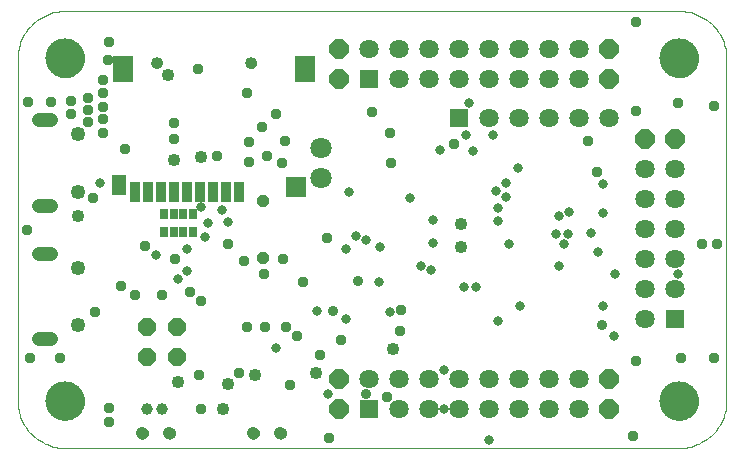
<source format=gbs>
G75*
%MOIN*%
%OFA0B0*%
%FSLAX24Y24*%
%IPPOS*%
%LPD*%
%AMOC8*
5,1,8,0,0,1.08239X$1,22.5*
%
%ADD10OC8,0.0650*%
%ADD11OC8,0.0390*%
%ADD12R,0.0641X0.0641*%
%ADD13C,0.0641*%
%ADD14C,0.0000*%
%ADD15C,0.1310*%
%ADD16C,0.0710*%
%ADD17OC8,0.0590*%
%ADD18C,0.0424*%
%ADD19R,0.0350X0.0650*%
%ADD20R,0.0450X0.0650*%
%ADD21R,0.0650X0.0850*%
%ADD22R,0.0650X0.0650*%
%ADD23C,0.0400*%
%ADD24R,0.0250X0.0350*%
%ADD25C,0.0450*%
%ADD26C,0.0493*%
%ADD27C,0.0350*%
%ADD28C,0.0387*%
%ADD29C,0.0426*%
%ADD30C,0.0320*%
%ADD31C,0.0370*%
%ADD32C,0.0347*%
%ADD33C,0.0330*%
D10*
X015087Y004716D03*
X015087Y005716D03*
X024087Y005716D03*
X024088Y004718D03*
X025287Y013716D03*
X026287Y013716D03*
X024087Y015716D03*
X024087Y016716D03*
X015087Y016716D03*
X015087Y015716D03*
D11*
X012556Y011660D03*
X012556Y009738D03*
D12*
X019087Y014416D03*
X016087Y015716D03*
X026287Y007716D03*
X016087Y004716D03*
D13*
X017087Y004716D03*
X018087Y004716D03*
X019087Y004716D03*
X020087Y004716D03*
X021087Y004716D03*
X022087Y004716D03*
X023087Y004716D03*
X023087Y005716D03*
X022087Y005716D03*
X021087Y005716D03*
X020087Y005716D03*
X019087Y005716D03*
X018087Y005716D03*
X017087Y005716D03*
X016087Y005716D03*
X025287Y007716D03*
X025287Y008716D03*
X026287Y008716D03*
X026287Y009716D03*
X025287Y009716D03*
X025287Y010716D03*
X026287Y010716D03*
X026287Y011716D03*
X025287Y011716D03*
X025287Y012716D03*
X026287Y012716D03*
X024087Y014416D03*
X023087Y014416D03*
X022087Y014416D03*
X021087Y014416D03*
X020087Y014416D03*
X020087Y015716D03*
X021087Y015716D03*
X022087Y015716D03*
X023087Y015716D03*
X023087Y016716D03*
X022087Y016716D03*
X021087Y016716D03*
X020087Y016716D03*
X019087Y016716D03*
X018087Y016716D03*
X017087Y016716D03*
X016087Y016716D03*
X017087Y015716D03*
X018087Y015716D03*
X019087Y015716D03*
D14*
X026434Y003416D02*
X005961Y003416D01*
X005331Y004990D02*
X005333Y005040D01*
X005339Y005090D01*
X005349Y005139D01*
X005363Y005187D01*
X005380Y005234D01*
X005401Y005279D01*
X005426Y005323D01*
X005454Y005364D01*
X005486Y005403D01*
X005520Y005440D01*
X005557Y005474D01*
X005597Y005504D01*
X005639Y005531D01*
X005683Y005555D01*
X005729Y005576D01*
X005776Y005592D01*
X005824Y005605D01*
X005874Y005614D01*
X005923Y005619D01*
X005974Y005620D01*
X006024Y005617D01*
X006073Y005610D01*
X006122Y005599D01*
X006170Y005584D01*
X006216Y005566D01*
X006261Y005544D01*
X006304Y005518D01*
X006345Y005489D01*
X006384Y005457D01*
X006420Y005422D01*
X006452Y005384D01*
X006482Y005344D01*
X006509Y005301D01*
X006532Y005257D01*
X006551Y005211D01*
X006567Y005163D01*
X006579Y005114D01*
X006587Y005065D01*
X006591Y005015D01*
X006591Y004965D01*
X006587Y004915D01*
X006579Y004866D01*
X006567Y004817D01*
X006551Y004769D01*
X006532Y004723D01*
X006509Y004679D01*
X006482Y004636D01*
X006452Y004596D01*
X006420Y004558D01*
X006384Y004523D01*
X006345Y004491D01*
X006304Y004462D01*
X006261Y004436D01*
X006216Y004414D01*
X006170Y004396D01*
X006122Y004381D01*
X006073Y004370D01*
X006024Y004363D01*
X005974Y004360D01*
X005923Y004361D01*
X005874Y004366D01*
X005824Y004375D01*
X005776Y004388D01*
X005729Y004404D01*
X005683Y004425D01*
X005639Y004449D01*
X005597Y004476D01*
X005557Y004506D01*
X005520Y004540D01*
X005486Y004577D01*
X005454Y004616D01*
X005426Y004657D01*
X005401Y004701D01*
X005380Y004746D01*
X005363Y004793D01*
X005349Y004841D01*
X005339Y004890D01*
X005333Y004940D01*
X005331Y004990D01*
X004386Y004990D02*
X004388Y004913D01*
X004394Y004836D01*
X004403Y004759D01*
X004416Y004683D01*
X004433Y004607D01*
X004454Y004533D01*
X004478Y004459D01*
X004506Y004387D01*
X004537Y004317D01*
X004572Y004248D01*
X004610Y004180D01*
X004651Y004115D01*
X004696Y004052D01*
X004744Y003991D01*
X004794Y003932D01*
X004847Y003876D01*
X004903Y003823D01*
X004962Y003773D01*
X005023Y003725D01*
X005086Y003680D01*
X005151Y003639D01*
X005219Y003601D01*
X005288Y003566D01*
X005358Y003535D01*
X005430Y003507D01*
X005504Y003483D01*
X005578Y003462D01*
X005654Y003445D01*
X005730Y003432D01*
X005807Y003423D01*
X005884Y003417D01*
X005961Y003415D01*
X005884Y003417D01*
X005807Y003423D01*
X005730Y003432D01*
X005654Y003445D01*
X005578Y003462D01*
X005504Y003483D01*
X005430Y003507D01*
X005358Y003535D01*
X005288Y003566D01*
X005219Y003601D01*
X005151Y003639D01*
X005086Y003680D01*
X005023Y003725D01*
X004962Y003773D01*
X004903Y003823D01*
X004847Y003876D01*
X004794Y003932D01*
X004744Y003991D01*
X004696Y004052D01*
X004651Y004115D01*
X004610Y004180D01*
X004572Y004248D01*
X004537Y004317D01*
X004506Y004387D01*
X004478Y004459D01*
X004454Y004533D01*
X004433Y004607D01*
X004416Y004683D01*
X004403Y004759D01*
X004394Y004836D01*
X004388Y004913D01*
X004386Y004990D01*
X004387Y004990D02*
X004387Y016408D01*
X005331Y016408D02*
X005333Y016458D01*
X005339Y016508D01*
X005349Y016557D01*
X005363Y016605D01*
X005380Y016652D01*
X005401Y016697D01*
X005426Y016741D01*
X005454Y016782D01*
X005486Y016821D01*
X005520Y016858D01*
X005557Y016892D01*
X005597Y016922D01*
X005639Y016949D01*
X005683Y016973D01*
X005729Y016994D01*
X005776Y017010D01*
X005824Y017023D01*
X005874Y017032D01*
X005923Y017037D01*
X005974Y017038D01*
X006024Y017035D01*
X006073Y017028D01*
X006122Y017017D01*
X006170Y017002D01*
X006216Y016984D01*
X006261Y016962D01*
X006304Y016936D01*
X006345Y016907D01*
X006384Y016875D01*
X006420Y016840D01*
X006452Y016802D01*
X006482Y016762D01*
X006509Y016719D01*
X006532Y016675D01*
X006551Y016629D01*
X006567Y016581D01*
X006579Y016532D01*
X006587Y016483D01*
X006591Y016433D01*
X006591Y016383D01*
X006587Y016333D01*
X006579Y016284D01*
X006567Y016235D01*
X006551Y016187D01*
X006532Y016141D01*
X006509Y016097D01*
X006482Y016054D01*
X006452Y016014D01*
X006420Y015976D01*
X006384Y015941D01*
X006345Y015909D01*
X006304Y015880D01*
X006261Y015854D01*
X006216Y015832D01*
X006170Y015814D01*
X006122Y015799D01*
X006073Y015788D01*
X006024Y015781D01*
X005974Y015778D01*
X005923Y015779D01*
X005874Y015784D01*
X005824Y015793D01*
X005776Y015806D01*
X005729Y015822D01*
X005683Y015843D01*
X005639Y015867D01*
X005597Y015894D01*
X005557Y015924D01*
X005520Y015958D01*
X005486Y015995D01*
X005454Y016034D01*
X005426Y016075D01*
X005401Y016119D01*
X005380Y016164D01*
X005363Y016211D01*
X005349Y016259D01*
X005339Y016308D01*
X005333Y016358D01*
X005331Y016408D01*
X004386Y016408D02*
X004388Y016485D01*
X004394Y016562D01*
X004403Y016639D01*
X004416Y016715D01*
X004433Y016791D01*
X004454Y016865D01*
X004478Y016939D01*
X004506Y017011D01*
X004537Y017081D01*
X004572Y017150D01*
X004610Y017218D01*
X004651Y017283D01*
X004696Y017346D01*
X004744Y017407D01*
X004794Y017466D01*
X004847Y017522D01*
X004903Y017575D01*
X004962Y017625D01*
X005023Y017673D01*
X005086Y017718D01*
X005151Y017759D01*
X005219Y017797D01*
X005288Y017832D01*
X005358Y017863D01*
X005430Y017891D01*
X005504Y017915D01*
X005578Y017936D01*
X005654Y017953D01*
X005730Y017966D01*
X005807Y017975D01*
X005884Y017981D01*
X005961Y017983D01*
X026434Y017983D01*
X025804Y016408D02*
X025806Y016458D01*
X025812Y016508D01*
X025822Y016557D01*
X025836Y016605D01*
X025853Y016652D01*
X025874Y016697D01*
X025899Y016741D01*
X025927Y016782D01*
X025959Y016821D01*
X025993Y016858D01*
X026030Y016892D01*
X026070Y016922D01*
X026112Y016949D01*
X026156Y016973D01*
X026202Y016994D01*
X026249Y017010D01*
X026297Y017023D01*
X026347Y017032D01*
X026396Y017037D01*
X026447Y017038D01*
X026497Y017035D01*
X026546Y017028D01*
X026595Y017017D01*
X026643Y017002D01*
X026689Y016984D01*
X026734Y016962D01*
X026777Y016936D01*
X026818Y016907D01*
X026857Y016875D01*
X026893Y016840D01*
X026925Y016802D01*
X026955Y016762D01*
X026982Y016719D01*
X027005Y016675D01*
X027024Y016629D01*
X027040Y016581D01*
X027052Y016532D01*
X027060Y016483D01*
X027064Y016433D01*
X027064Y016383D01*
X027060Y016333D01*
X027052Y016284D01*
X027040Y016235D01*
X027024Y016187D01*
X027005Y016141D01*
X026982Y016097D01*
X026955Y016054D01*
X026925Y016014D01*
X026893Y015976D01*
X026857Y015941D01*
X026818Y015909D01*
X026777Y015880D01*
X026734Y015854D01*
X026689Y015832D01*
X026643Y015814D01*
X026595Y015799D01*
X026546Y015788D01*
X026497Y015781D01*
X026447Y015778D01*
X026396Y015779D01*
X026347Y015784D01*
X026297Y015793D01*
X026249Y015806D01*
X026202Y015822D01*
X026156Y015843D01*
X026112Y015867D01*
X026070Y015894D01*
X026030Y015924D01*
X025993Y015958D01*
X025959Y015995D01*
X025927Y016034D01*
X025899Y016075D01*
X025874Y016119D01*
X025853Y016164D01*
X025836Y016211D01*
X025822Y016259D01*
X025812Y016308D01*
X025806Y016358D01*
X025804Y016408D01*
X026434Y017983D02*
X026511Y017981D01*
X026588Y017975D01*
X026665Y017966D01*
X026741Y017953D01*
X026817Y017936D01*
X026891Y017915D01*
X026965Y017891D01*
X027037Y017863D01*
X027107Y017832D01*
X027176Y017797D01*
X027244Y017759D01*
X027309Y017718D01*
X027372Y017673D01*
X027433Y017625D01*
X027492Y017575D01*
X027548Y017522D01*
X027601Y017466D01*
X027651Y017407D01*
X027699Y017346D01*
X027744Y017283D01*
X027785Y017218D01*
X027823Y017150D01*
X027858Y017081D01*
X027889Y017011D01*
X027917Y016939D01*
X027941Y016865D01*
X027962Y016791D01*
X027979Y016715D01*
X027992Y016639D01*
X028001Y016562D01*
X028007Y016485D01*
X028009Y016408D01*
X028009Y004990D01*
X025804Y004990D02*
X025806Y005040D01*
X025812Y005090D01*
X025822Y005139D01*
X025836Y005187D01*
X025853Y005234D01*
X025874Y005279D01*
X025899Y005323D01*
X025927Y005364D01*
X025959Y005403D01*
X025993Y005440D01*
X026030Y005474D01*
X026070Y005504D01*
X026112Y005531D01*
X026156Y005555D01*
X026202Y005576D01*
X026249Y005592D01*
X026297Y005605D01*
X026347Y005614D01*
X026396Y005619D01*
X026447Y005620D01*
X026497Y005617D01*
X026546Y005610D01*
X026595Y005599D01*
X026643Y005584D01*
X026689Y005566D01*
X026734Y005544D01*
X026777Y005518D01*
X026818Y005489D01*
X026857Y005457D01*
X026893Y005422D01*
X026925Y005384D01*
X026955Y005344D01*
X026982Y005301D01*
X027005Y005257D01*
X027024Y005211D01*
X027040Y005163D01*
X027052Y005114D01*
X027060Y005065D01*
X027064Y005015D01*
X027064Y004965D01*
X027060Y004915D01*
X027052Y004866D01*
X027040Y004817D01*
X027024Y004769D01*
X027005Y004723D01*
X026982Y004679D01*
X026955Y004636D01*
X026925Y004596D01*
X026893Y004558D01*
X026857Y004523D01*
X026818Y004491D01*
X026777Y004462D01*
X026734Y004436D01*
X026689Y004414D01*
X026643Y004396D01*
X026595Y004381D01*
X026546Y004370D01*
X026497Y004363D01*
X026447Y004360D01*
X026396Y004361D01*
X026347Y004366D01*
X026297Y004375D01*
X026249Y004388D01*
X026202Y004404D01*
X026156Y004425D01*
X026112Y004449D01*
X026070Y004476D01*
X026030Y004506D01*
X025993Y004540D01*
X025959Y004577D01*
X025927Y004616D01*
X025899Y004657D01*
X025874Y004701D01*
X025853Y004746D01*
X025836Y004793D01*
X025822Y004841D01*
X025812Y004890D01*
X025806Y004940D01*
X025804Y004990D01*
X026434Y003415D02*
X026511Y003417D01*
X026588Y003423D01*
X026665Y003432D01*
X026741Y003445D01*
X026817Y003462D01*
X026891Y003483D01*
X026965Y003507D01*
X027037Y003535D01*
X027107Y003566D01*
X027176Y003601D01*
X027244Y003639D01*
X027309Y003680D01*
X027372Y003725D01*
X027433Y003773D01*
X027492Y003823D01*
X027548Y003876D01*
X027601Y003932D01*
X027651Y003991D01*
X027699Y004052D01*
X027744Y004115D01*
X027785Y004180D01*
X027823Y004248D01*
X027858Y004317D01*
X027889Y004387D01*
X027917Y004459D01*
X027941Y004533D01*
X027962Y004607D01*
X027979Y004683D01*
X027992Y004759D01*
X028001Y004836D01*
X028007Y004913D01*
X028009Y004990D01*
X028007Y004913D01*
X028001Y004836D01*
X027992Y004759D01*
X027979Y004683D01*
X027962Y004607D01*
X027941Y004533D01*
X027917Y004459D01*
X027889Y004387D01*
X027858Y004317D01*
X027823Y004248D01*
X027785Y004180D01*
X027744Y004115D01*
X027699Y004052D01*
X027651Y003991D01*
X027601Y003932D01*
X027548Y003876D01*
X027492Y003823D01*
X027433Y003773D01*
X027372Y003725D01*
X027309Y003680D01*
X027244Y003639D01*
X027176Y003601D01*
X027107Y003566D01*
X027037Y003535D01*
X026965Y003507D01*
X026891Y003483D01*
X026817Y003462D01*
X026741Y003445D01*
X026665Y003432D01*
X026588Y003423D01*
X026511Y003417D01*
X026434Y003415D01*
X012952Y003916D02*
X012954Y003943D01*
X012960Y003969D01*
X012969Y003994D01*
X012982Y004017D01*
X012998Y004038D01*
X013017Y004057D01*
X013038Y004073D01*
X013061Y004086D01*
X013086Y004095D01*
X013112Y004101D01*
X013139Y004103D01*
X013166Y004101D01*
X013192Y004095D01*
X013217Y004086D01*
X013240Y004073D01*
X013261Y004057D01*
X013280Y004038D01*
X013296Y004017D01*
X013309Y003994D01*
X013318Y003969D01*
X013324Y003943D01*
X013326Y003916D01*
X013324Y003889D01*
X013318Y003863D01*
X013309Y003838D01*
X013296Y003815D01*
X013280Y003794D01*
X013261Y003775D01*
X013240Y003759D01*
X013217Y003746D01*
X013192Y003737D01*
X013166Y003731D01*
X013139Y003729D01*
X013112Y003731D01*
X013086Y003737D01*
X013061Y003746D01*
X013038Y003759D01*
X013017Y003775D01*
X012998Y003794D01*
X012982Y003815D01*
X012969Y003838D01*
X012960Y003863D01*
X012954Y003889D01*
X012952Y003916D01*
X012047Y003916D02*
X012049Y003943D01*
X012055Y003969D01*
X012064Y003994D01*
X012077Y004017D01*
X012093Y004038D01*
X012112Y004057D01*
X012133Y004073D01*
X012156Y004086D01*
X012181Y004095D01*
X012207Y004101D01*
X012234Y004103D01*
X012261Y004101D01*
X012287Y004095D01*
X012312Y004086D01*
X012335Y004073D01*
X012356Y004057D01*
X012375Y004038D01*
X012391Y004017D01*
X012404Y003994D01*
X012413Y003969D01*
X012419Y003943D01*
X012421Y003916D01*
X012419Y003889D01*
X012413Y003863D01*
X012404Y003838D01*
X012391Y003815D01*
X012375Y003794D01*
X012356Y003775D01*
X012335Y003759D01*
X012312Y003746D01*
X012287Y003737D01*
X012261Y003731D01*
X012234Y003729D01*
X012207Y003731D01*
X012181Y003737D01*
X012156Y003746D01*
X012133Y003759D01*
X012112Y003775D01*
X012093Y003794D01*
X012077Y003815D01*
X012064Y003838D01*
X012055Y003863D01*
X012049Y003889D01*
X012047Y003916D01*
X009252Y003916D02*
X009254Y003943D01*
X009260Y003969D01*
X009269Y003994D01*
X009282Y004017D01*
X009298Y004038D01*
X009317Y004057D01*
X009338Y004073D01*
X009361Y004086D01*
X009386Y004095D01*
X009412Y004101D01*
X009439Y004103D01*
X009466Y004101D01*
X009492Y004095D01*
X009517Y004086D01*
X009540Y004073D01*
X009561Y004057D01*
X009580Y004038D01*
X009596Y004017D01*
X009609Y003994D01*
X009618Y003969D01*
X009624Y003943D01*
X009626Y003916D01*
X009624Y003889D01*
X009618Y003863D01*
X009609Y003838D01*
X009596Y003815D01*
X009580Y003794D01*
X009561Y003775D01*
X009540Y003759D01*
X009517Y003746D01*
X009492Y003737D01*
X009466Y003731D01*
X009439Y003729D01*
X009412Y003731D01*
X009386Y003737D01*
X009361Y003746D01*
X009338Y003759D01*
X009317Y003775D01*
X009298Y003794D01*
X009282Y003815D01*
X009269Y003838D01*
X009260Y003863D01*
X009254Y003889D01*
X009252Y003916D01*
X008347Y003916D02*
X008349Y003943D01*
X008355Y003969D01*
X008364Y003994D01*
X008377Y004017D01*
X008393Y004038D01*
X008412Y004057D01*
X008433Y004073D01*
X008456Y004086D01*
X008481Y004095D01*
X008507Y004101D01*
X008534Y004103D01*
X008561Y004101D01*
X008587Y004095D01*
X008612Y004086D01*
X008635Y004073D01*
X008656Y004057D01*
X008675Y004038D01*
X008691Y004017D01*
X008704Y003994D01*
X008713Y003969D01*
X008719Y003943D01*
X008721Y003916D01*
X008719Y003889D01*
X008713Y003863D01*
X008704Y003838D01*
X008691Y003815D01*
X008675Y003794D01*
X008656Y003775D01*
X008635Y003759D01*
X008612Y003746D01*
X008587Y003737D01*
X008561Y003731D01*
X008534Y003729D01*
X008507Y003731D01*
X008481Y003737D01*
X008456Y003746D01*
X008433Y003759D01*
X008412Y003775D01*
X008393Y003794D01*
X008377Y003815D01*
X008364Y003838D01*
X008355Y003863D01*
X008349Y003889D01*
X008347Y003916D01*
X008838Y016253D02*
X008840Y016279D01*
X008846Y016305D01*
X008855Y016329D01*
X008868Y016352D01*
X008885Y016372D01*
X008904Y016390D01*
X008926Y016405D01*
X008949Y016416D01*
X008974Y016424D01*
X009000Y016428D01*
X009026Y016428D01*
X009052Y016424D01*
X009077Y016416D01*
X009101Y016405D01*
X009122Y016390D01*
X009141Y016372D01*
X009158Y016352D01*
X009171Y016329D01*
X009180Y016305D01*
X009186Y016279D01*
X009188Y016253D01*
X009186Y016227D01*
X009180Y016201D01*
X009171Y016177D01*
X009158Y016154D01*
X009141Y016134D01*
X009122Y016116D01*
X009100Y016101D01*
X009077Y016090D01*
X009052Y016082D01*
X009026Y016078D01*
X009000Y016078D01*
X008974Y016082D01*
X008949Y016090D01*
X008925Y016101D01*
X008904Y016116D01*
X008885Y016134D01*
X008868Y016154D01*
X008855Y016177D01*
X008846Y016201D01*
X008840Y016227D01*
X008838Y016253D01*
X005961Y017983D02*
X005884Y017981D01*
X005807Y017975D01*
X005730Y017966D01*
X005654Y017953D01*
X005578Y017936D01*
X005504Y017915D01*
X005430Y017891D01*
X005358Y017863D01*
X005288Y017832D01*
X005219Y017797D01*
X005151Y017759D01*
X005086Y017718D01*
X005023Y017673D01*
X004962Y017625D01*
X004903Y017575D01*
X004847Y017522D01*
X004794Y017466D01*
X004744Y017407D01*
X004696Y017346D01*
X004651Y017283D01*
X004610Y017218D01*
X004572Y017150D01*
X004537Y017081D01*
X004506Y017011D01*
X004478Y016939D01*
X004454Y016865D01*
X004433Y016791D01*
X004416Y016715D01*
X004403Y016639D01*
X004394Y016562D01*
X004388Y016485D01*
X004386Y016408D01*
X011988Y016253D02*
X011990Y016279D01*
X011996Y016305D01*
X012005Y016329D01*
X012018Y016352D01*
X012035Y016372D01*
X012054Y016390D01*
X012076Y016405D01*
X012099Y016416D01*
X012124Y016424D01*
X012150Y016428D01*
X012176Y016428D01*
X012202Y016424D01*
X012227Y016416D01*
X012251Y016405D01*
X012272Y016390D01*
X012291Y016372D01*
X012308Y016352D01*
X012321Y016329D01*
X012330Y016305D01*
X012336Y016279D01*
X012338Y016253D01*
X012336Y016227D01*
X012330Y016201D01*
X012321Y016177D01*
X012308Y016154D01*
X012291Y016134D01*
X012272Y016116D01*
X012250Y016101D01*
X012227Y016090D01*
X012202Y016082D01*
X012176Y016078D01*
X012150Y016078D01*
X012124Y016082D01*
X012099Y016090D01*
X012075Y016101D01*
X012054Y016116D01*
X012035Y016134D01*
X012018Y016154D01*
X012005Y016177D01*
X011996Y016201D01*
X011990Y016227D01*
X011988Y016253D01*
X026434Y017983D02*
X026511Y017981D01*
X026588Y017975D01*
X026665Y017966D01*
X026741Y017953D01*
X026817Y017936D01*
X026891Y017915D01*
X026965Y017891D01*
X027037Y017863D01*
X027107Y017832D01*
X027176Y017797D01*
X027244Y017759D01*
X027309Y017718D01*
X027372Y017673D01*
X027433Y017625D01*
X027492Y017575D01*
X027548Y017522D01*
X027601Y017466D01*
X027651Y017407D01*
X027699Y017346D01*
X027744Y017283D01*
X027785Y017218D01*
X027823Y017150D01*
X027858Y017081D01*
X027889Y017011D01*
X027917Y016939D01*
X027941Y016865D01*
X027962Y016791D01*
X027979Y016715D01*
X027992Y016639D01*
X028001Y016562D01*
X028007Y016485D01*
X028009Y016408D01*
D15*
X026434Y016408D03*
X026434Y004990D03*
X005961Y004990D03*
X005961Y016408D03*
D16*
X014487Y013416D03*
X014487Y012416D03*
D17*
X009687Y007466D03*
X008687Y007466D03*
X008687Y006466D03*
X009687Y006466D03*
D18*
X009439Y003916D03*
X008534Y003916D03*
X012234Y003916D03*
X013139Y003916D03*
D19*
X011769Y011962D03*
X011336Y011962D03*
X010903Y011962D03*
X010470Y011962D03*
X010037Y011962D03*
X009604Y011962D03*
X009170Y011962D03*
X008737Y011962D03*
X008304Y011962D03*
D20*
X007774Y012198D03*
D21*
X007911Y016046D03*
X013974Y016046D03*
D22*
X013651Y012116D03*
D23*
X012163Y016253D03*
X009013Y016253D03*
D24*
X009262Y011216D03*
X009587Y011216D03*
X009887Y011216D03*
X010212Y011216D03*
X010212Y010616D03*
X009887Y010616D03*
X009587Y010616D03*
X009262Y010616D03*
D25*
X005487Y009893D02*
X005087Y009893D01*
X005087Y011488D02*
X005487Y011488D01*
X005487Y014343D02*
X005087Y014343D01*
X005087Y007038D02*
X005487Y007038D01*
D26*
X006389Y007511D03*
X006389Y009420D03*
X006389Y011961D03*
X006389Y013870D03*
D27*
X014898Y007998D03*
X015717Y008986D03*
X023851Y007524D03*
D28*
X009187Y004716D03*
X008687Y004716D03*
D29*
X009737Y005616D03*
X011387Y005566D03*
X012287Y005866D03*
X011237Y004716D03*
X014337Y005916D03*
X016887Y006716D03*
X019168Y010118D03*
X019168Y010868D03*
X010487Y013116D03*
X009587Y013016D03*
X006387Y011166D03*
X009387Y015866D03*
D30*
X007137Y012266D03*
X010487Y011466D03*
X010737Y010916D03*
X011187Y011366D03*
X011387Y010966D03*
X010637Y010466D03*
X010037Y010066D03*
X010037Y009316D03*
X009737Y009066D03*
X008987Y009866D03*
X014356Y007998D03*
X015337Y007716D03*
X016787Y007966D03*
X016431Y008946D03*
X017815Y009471D03*
X018160Y009363D03*
X019256Y008786D03*
X019661Y008786D03*
X021137Y008166D03*
X020387Y007666D03*
X018587Y006016D03*
X018587Y004716D03*
X020087Y003696D03*
X024257Y007156D03*
X023887Y008166D03*
X024287Y009216D03*
X023737Y009966D03*
X023482Y010569D03*
X022730Y010559D03*
X022328Y010555D03*
X022591Y010211D03*
X022417Y009496D03*
X020755Y010216D03*
X020382Y010974D03*
X020382Y011420D03*
X020646Y011794D03*
X020332Y011991D03*
X020646Y012254D03*
X021064Y012736D03*
X020242Y013866D03*
X019571Y013316D03*
X019337Y013866D03*
X018468Y013361D03*
X019437Y014916D03*
X015437Y011966D03*
X017457Y011737D03*
X018220Y011030D03*
X018219Y010240D03*
X016457Y010117D03*
X015991Y010357D03*
X015666Y010470D03*
X015335Y010066D03*
X022417Y011146D03*
X022757Y011275D03*
X023887Y011266D03*
X023906Y012206D03*
X026387Y009216D03*
X014737Y005216D03*
D31*
X013474Y005503D03*
X014474Y006503D03*
X015174Y007003D03*
X013687Y007166D03*
X013337Y007466D03*
X012637Y007466D03*
X012037Y007466D03*
X010487Y008316D03*
X010137Y008616D03*
X009187Y008516D03*
X008287Y008516D03*
X007837Y008816D03*
X006952Y007951D03*
X005787Y006416D03*
X004787Y006416D03*
X007437Y004766D03*
X007444Y004283D03*
X010487Y004716D03*
X010424Y005853D03*
X011774Y005903D03*
X014757Y003736D03*
X016687Y005116D03*
X017124Y007303D03*
X017174Y008003D03*
X013887Y008966D03*
X013237Y009716D03*
X012587Y009216D03*
X011937Y009666D03*
X011387Y010216D03*
X009637Y009716D03*
X008637Y010166D03*
X006902Y011761D03*
X004702Y010691D03*
X007972Y013396D03*
X007237Y013926D03*
X006737Y014276D03*
X007222Y014376D03*
X006737Y014676D03*
X007222Y014796D03*
X006737Y015096D03*
X007222Y015246D03*
X007237Y015696D03*
X006172Y014996D03*
X006172Y014546D03*
X005487Y014966D03*
X004737Y014966D03*
X007387Y016366D03*
X007422Y016946D03*
X010387Y016066D03*
X012037Y015266D03*
X012987Y014566D03*
X012537Y014116D03*
X012087Y013616D03*
X012687Y013166D03*
X012087Y012966D03*
X013187Y012916D03*
X013287Y013666D03*
X011022Y013146D03*
X009587Y013716D03*
X009587Y014266D03*
X014687Y010416D03*
X016837Y012916D03*
X016787Y013916D03*
X016187Y014616D03*
X018932Y013566D03*
X023382Y013666D03*
X023682Y012616D03*
X024987Y014666D03*
X026387Y014916D03*
X027587Y014816D03*
X024987Y017616D03*
X027187Y010216D03*
X027687Y010216D03*
X027587Y006416D03*
X026487Y006416D03*
X024987Y006316D03*
X024887Y003816D03*
D32*
X015987Y005216D03*
D33*
X012987Y006766D03*
M02*

</source>
